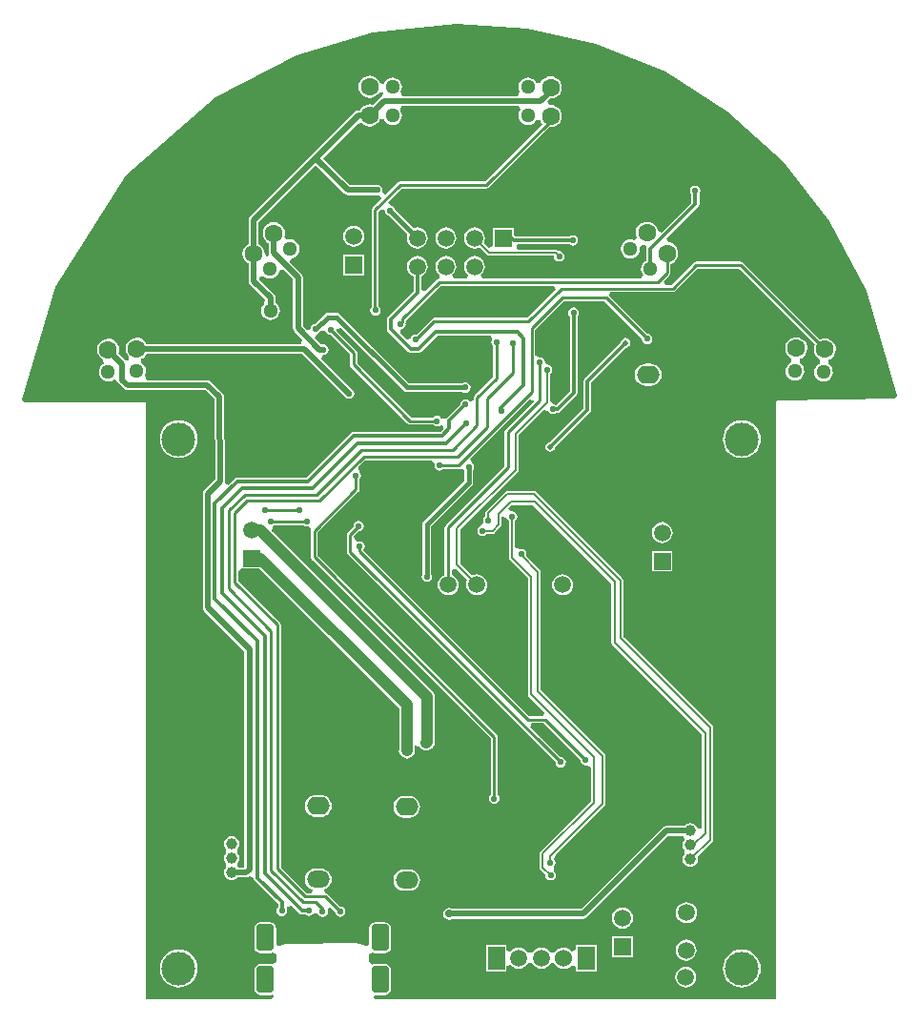
<source format=gbl>
G04 Layer_Physical_Order=2*
G04 Layer_Color=16711680*
%FSLAX24Y24*%
%MOIN*%
G70*
G01*
G75*
%ADD44C,0.0080*%
%ADD45C,0.0098*%
%ADD46C,0.0140*%
%ADD47C,0.0197*%
%ADD49C,0.0160*%
%ADD50C,0.0118*%
%ADD52C,0.0200*%
%ADD53C,0.0394*%
%ADD61C,0.0120*%
%ADD67C,0.1181*%
%ADD68O,0.0787X0.0630*%
%ADD69O,0.0787X0.0591*%
%ADD70C,0.0630*%
%ADD71C,0.0512*%
%ADD72C,0.0394*%
%ADD73C,0.0591*%
%ADD74R,0.0591X0.0787*%
%ADD75C,0.0600*%
%ADD76C,0.0197*%
%ADD77R,0.0591X0.0591*%
%ADD78R,0.0591X0.0591*%
G04:AMPARAMS|DCode=79|XSize=94.5mil|YSize=63mil|CornerRadius=15.7mil|HoleSize=0mil|Usage=FLASHONLY|Rotation=90.000|XOffset=0mil|YOffset=0mil|HoleType=Round|Shape=RoundedRectangle|*
%AMROUNDEDRECTD79*
21,1,0.0945,0.0315,0,0,90.0*
21,1,0.0630,0.0630,0,0,90.0*
1,1,0.0315,0.0157,0.0315*
1,1,0.0315,0.0157,-0.0315*
1,1,0.0315,-0.0157,-0.0315*
1,1,0.0315,-0.0157,0.0315*
%
%ADD79ROUNDEDRECTD79*%
%ADD80C,0.0220*%
%ADD81C,0.0276*%
%ADD82C,0.0400*%
%ADD83C,0.0280*%
G36*
X2354Y34050D02*
X4734Y33490D01*
X7174Y32550D01*
X9334Y31140D01*
X11294Y29380D01*
X12924Y27300D01*
X14224Y24880D01*
X15282Y21201D01*
X15198Y21089D01*
X11104Y21040D01*
X11057Y20994D01*
Y90D01*
X-2966D01*
X-3055Y184D01*
X-2960Y253D01*
X-2645D01*
X-2556Y271D01*
X-2481Y321D01*
X-2430Y396D01*
X-2413Y485D01*
Y1115D01*
X-2430Y1204D01*
X-2481Y1279D01*
X-2556Y1329D01*
X-2645Y1347D01*
X-2960D01*
X-3048Y1329D01*
X-3063Y1319D01*
X-3203Y1393D01*
Y1646D01*
X-3203Y1646D01*
X-3202Y1656D01*
X-3200Y1665D01*
X-3188Y1680D01*
X-3186Y1682D01*
X-3069Y1741D01*
X-3048Y1727D01*
X-2960Y1710D01*
X-2645D01*
X-2556Y1727D01*
X-2481Y1778D01*
X-2430Y1853D01*
X-2413Y1942D01*
Y2572D01*
X-2430Y2660D01*
X-2481Y2736D01*
X-2556Y2786D01*
X-2645Y2803D01*
X-2960D01*
X-3048Y2786D01*
X-3124Y2736D01*
X-3174Y2660D01*
X-3192Y2572D01*
Y2011D01*
X-3256Y1968D01*
X-3332Y1954D01*
X-3387Y1996D01*
X-3396Y2001D01*
X-3403Y2006D01*
X-3480Y2037D01*
X-3489Y2039D01*
X-3498Y2042D01*
X-3580Y2053D01*
X-3585Y2053D01*
X-3590Y2054D01*
X-6011Y2051D01*
X-6012Y2051D01*
X-6021Y2052D01*
X-6030Y2054D01*
X-6035Y2053D01*
X-6040Y2053D01*
X-6122Y2042D01*
X-6131Y2039D01*
X-6140Y2037D01*
X-6217Y2006D01*
X-6224Y2001D01*
X-6233Y1996D01*
X-6288Y1954D01*
X-6364Y1968D01*
X-6428Y2011D01*
Y2572D01*
X-6446Y2660D01*
X-6496Y2736D01*
X-6572Y2786D01*
X-6660Y2803D01*
X-6975D01*
X-7064Y2786D01*
X-7139Y2736D01*
X-7190Y2660D01*
X-7207Y2572D01*
Y1942D01*
X-7190Y1853D01*
X-7139Y1778D01*
X-7064Y1727D01*
X-6975Y1710D01*
X-6660D01*
X-6572Y1727D01*
X-6551Y1741D01*
X-6446Y1688D01*
X-6420Y1661D01*
X-6419Y1396D01*
X-6559Y1321D01*
X-6572Y1329D01*
X-6660Y1347D01*
X-6975D01*
X-7064Y1329D01*
X-7139Y1279D01*
X-7190Y1204D01*
X-7207Y1115D01*
Y485D01*
X-7190Y396D01*
X-7139Y321D01*
X-7064Y271D01*
X-6975Y253D01*
X-6660D01*
X-6572Y271D01*
X-6532Y205D01*
X-6627Y90D01*
X-10990D01*
Y20956D01*
X-15243D01*
X-15326Y21068D01*
X-14146Y24990D01*
X-11676Y28900D01*
X-8546Y31640D01*
X-5726Y33110D01*
X-3066Y33900D01*
X-136Y34190D01*
X2354Y34050D01*
D02*
G37*
%LPC*%
G36*
X-1772Y4638D02*
X-1968D01*
X-2064Y4626D01*
X-2153Y4589D01*
X-2229Y4531D01*
X-2287Y4454D01*
X-2324Y4365D01*
X-2337Y4270D01*
X-2324Y4175D01*
X-2287Y4086D01*
X-2229Y4009D01*
X-2153Y3951D01*
X-2064Y3914D01*
X-1968Y3902D01*
X-1772D01*
X-1676Y3914D01*
X-1587Y3951D01*
X-1511Y4009D01*
X-1453Y4086D01*
X-1416Y4175D01*
X-1403Y4270D01*
X-1416Y4365D01*
X-1453Y4454D01*
X-1511Y4531D01*
X-1587Y4589D01*
X-1676Y4626D01*
X-1772Y4638D01*
D02*
G37*
G36*
X7910Y3498D02*
X7815Y3486D01*
X7726Y3449D01*
X7649Y3391D01*
X7591Y3314D01*
X7554Y3225D01*
X7542Y3130D01*
X7554Y3035D01*
X7591Y2946D01*
X7649Y2869D01*
X7726Y2811D01*
X7815Y2774D01*
X7910Y2762D01*
X8005Y2774D01*
X8094Y2811D01*
X8171Y2869D01*
X8229Y2946D01*
X8266Y3035D01*
X8278Y3130D01*
X8266Y3225D01*
X8229Y3314D01*
X8171Y3391D01*
X8094Y3449D01*
X8005Y3486D01*
X7910Y3498D01*
D02*
G37*
G36*
X-1791Y7217D02*
X-1949D01*
X-2049Y7204D01*
X-2143Y7165D01*
X-2223Y7104D01*
X-2285Y7023D01*
X-2324Y6930D01*
X-2337Y6829D01*
X-2324Y6729D01*
X-2285Y6635D01*
X-2223Y6554D01*
X-2143Y6493D01*
X-2049Y6454D01*
X-1949Y6441D01*
X-1791D01*
X-1691Y6454D01*
X-1597Y6493D01*
X-1517Y6554D01*
X-1455Y6635D01*
X-1416Y6729D01*
X-1403Y6829D01*
X-1416Y6930D01*
X-1455Y7023D01*
X-1517Y7104D01*
X-1597Y7165D01*
X-1691Y7204D01*
X-1791Y7217D01*
D02*
G37*
G36*
X7425Y15785D02*
X6695D01*
Y15055D01*
X7425D01*
Y15785D01*
D02*
G37*
G36*
X3580Y14958D02*
X3485Y14946D01*
X3396Y14909D01*
X3319Y14851D01*
X3261Y14774D01*
X3224Y14685D01*
X3212Y14590D01*
X3224Y14495D01*
X3261Y14406D01*
X3319Y14329D01*
X3396Y14271D01*
X3485Y14234D01*
X3580Y14222D01*
X3675Y14234D01*
X3764Y14271D01*
X3841Y14329D01*
X3899Y14406D01*
X3936Y14495D01*
X3948Y14590D01*
X3936Y14685D01*
X3899Y14774D01*
X3841Y14851D01*
X3764Y14909D01*
X3675Y14946D01*
X3580Y14958D01*
D02*
G37*
G36*
X-4881Y7247D02*
X-5039D01*
X-5139Y7234D01*
X-5233Y7195D01*
X-5313Y7134D01*
X-5375Y7053D01*
X-5414Y6960D01*
X-5427Y6859D01*
X-5414Y6759D01*
X-5375Y6665D01*
X-5313Y6585D01*
X-5233Y6523D01*
X-5139Y6484D01*
X-5039Y6471D01*
X-4881D01*
X-4781Y6484D01*
X-4687Y6523D01*
X-4607Y6585D01*
X-4545Y6665D01*
X-4506Y6759D01*
X-4493Y6859D01*
X-4506Y6960D01*
X-4545Y7053D01*
X-4607Y7134D01*
X-4687Y7195D01*
X-4781Y7234D01*
X-4881Y7247D01*
D02*
G37*
G36*
X5670Y3308D02*
X5575Y3296D01*
X5486Y3259D01*
X5409Y3201D01*
X5351Y3124D01*
X5314Y3035D01*
X5302Y2940D01*
X5314Y2845D01*
X5351Y2756D01*
X5409Y2679D01*
X5486Y2621D01*
X5575Y2584D01*
X5670Y2572D01*
X5765Y2584D01*
X5854Y2621D01*
X5931Y2679D01*
X5989Y2756D01*
X6026Y2845D01*
X6038Y2940D01*
X6026Y3035D01*
X5989Y3124D01*
X5931Y3201D01*
X5854Y3259D01*
X5765Y3296D01*
X5670Y3308D01*
D02*
G37*
G36*
X9843Y1845D02*
X9713Y1832D01*
X9589Y1794D01*
X9474Y1733D01*
X9373Y1650D01*
X9291Y1550D01*
X9229Y1435D01*
X9192Y1311D01*
X9179Y1181D01*
X9192Y1052D01*
X9229Y927D01*
X9291Y812D01*
X9373Y712D01*
X9474Y629D01*
X9589Y568D01*
X9713Y530D01*
X9843Y517D01*
X9972Y530D01*
X10097Y568D01*
X10211Y629D01*
X10312Y712D01*
X10394Y812D01*
X10456Y927D01*
X10494Y1052D01*
X10506Y1181D01*
X10494Y1311D01*
X10456Y1435D01*
X10394Y1550D01*
X10312Y1650D01*
X10211Y1733D01*
X10097Y1794D01*
X9972Y1832D01*
X9843Y1845D01*
D02*
G37*
G36*
X-9843D02*
X-9972Y1832D01*
X-10097Y1794D01*
X-10211Y1733D01*
X-10312Y1650D01*
X-10394Y1550D01*
X-10456Y1435D01*
X-10494Y1311D01*
X-10506Y1181D01*
X-10494Y1052D01*
X-10456Y927D01*
X-10394Y812D01*
X-10312Y712D01*
X-10211Y629D01*
X-10097Y568D01*
X-9972Y530D01*
X-9843Y517D01*
X-9713Y530D01*
X-9589Y568D01*
X-9474Y629D01*
X-9373Y712D01*
X-9291Y812D01*
X-9229Y927D01*
X-9192Y1052D01*
X-9179Y1181D01*
X-9192Y1311D01*
X-9229Y1435D01*
X-9291Y1550D01*
X-9373Y1650D01*
X-9474Y1733D01*
X-9589Y1794D01*
X-9713Y1832D01*
X-9843Y1845D01*
D02*
G37*
G36*
X7890Y1248D02*
X7795Y1236D01*
X7706Y1199D01*
X7629Y1141D01*
X7571Y1064D01*
X7534Y975D01*
X7522Y880D01*
X7534Y785D01*
X7571Y696D01*
X7629Y619D01*
X7706Y561D01*
X7795Y524D01*
X7890Y512D01*
X7985Y524D01*
X8074Y561D01*
X8151Y619D01*
X8209Y696D01*
X8246Y785D01*
X8258Y880D01*
X8246Y975D01*
X8209Y1064D01*
X8151Y1141D01*
X8074Y1199D01*
X7985Y1236D01*
X7890Y1248D01*
D02*
G37*
G36*
X4775Y2004D02*
X4044D01*
Y1828D01*
X3904Y1780D01*
X3886Y1804D01*
X3809Y1863D01*
X3719Y1900D01*
X3622Y1913D01*
X3526Y1900D01*
X3436Y1863D01*
X3358Y1804D01*
X3303Y1731D01*
X3271Y1726D01*
X3187Y1725D01*
X3149Y1730D01*
X3095Y1801D01*
X3019Y1859D01*
X2930Y1896D01*
X2835Y1908D01*
X2739Y1896D01*
X2651Y1859D01*
X2574Y1801D01*
X2516Y1724D01*
X2366D01*
X2308Y1801D01*
X2232Y1859D01*
X2143Y1896D01*
X2047Y1908D01*
X1952Y1896D01*
X1863Y1859D01*
X1787Y1801D01*
X1765Y1772D01*
X1625Y1820D01*
Y2004D01*
X895D01*
Y1076D01*
X1625D01*
Y1260D01*
X1765Y1308D01*
X1787Y1279D01*
X1863Y1221D01*
X1952Y1184D01*
X2047Y1172D01*
X2143Y1184D01*
X2232Y1221D01*
X2308Y1279D01*
X2366Y1356D01*
X2516D01*
X2574Y1279D01*
X2651Y1221D01*
X2739Y1184D01*
X2835Y1172D01*
X2930Y1184D01*
X3019Y1221D01*
X3095Y1279D01*
X3149Y1350D01*
X3187Y1355D01*
X3271Y1354D01*
X3303Y1349D01*
X3358Y1276D01*
X3436Y1217D01*
X3526Y1180D01*
X3622Y1167D01*
X3719Y1180D01*
X3809Y1217D01*
X3886Y1276D01*
X3904Y1300D01*
X4044Y1252D01*
Y1076D01*
X4775D01*
Y2004D01*
D02*
G37*
G36*
X6035Y2305D02*
X5305D01*
Y1575D01*
X6035D01*
Y2305D01*
D02*
G37*
G36*
X7900Y2188D02*
X7805Y2176D01*
X7716Y2139D01*
X7639Y2081D01*
X7581Y2004D01*
X7544Y1915D01*
X7532Y1820D01*
X7544Y1725D01*
X7581Y1636D01*
X7639Y1559D01*
X7716Y1501D01*
X7805Y1464D01*
X7900Y1452D01*
X7995Y1464D01*
X8084Y1501D01*
X8161Y1559D01*
X8219Y1636D01*
X8256Y1725D01*
X8268Y1820D01*
X8256Y1915D01*
X8219Y2004D01*
X8161Y2081D01*
X8084Y2139D01*
X7995Y2176D01*
X7900Y2188D01*
D02*
G37*
G36*
X7060Y16788D02*
X6965Y16776D01*
X6876Y16739D01*
X6799Y16681D01*
X6741Y16604D01*
X6704Y16515D01*
X6692Y16420D01*
X6704Y16325D01*
X6741Y16236D01*
X6799Y16159D01*
X6876Y16101D01*
X6965Y16064D01*
X7060Y16052D01*
X7155Y16064D01*
X7244Y16101D01*
X7321Y16159D01*
X7379Y16236D01*
X7416Y16325D01*
X7428Y16420D01*
X7416Y16515D01*
X7379Y16604D01*
X7321Y16681D01*
X7244Y16739D01*
X7155Y16776D01*
X7060Y16788D01*
D02*
G37*
G36*
X-3355Y26145D02*
X-4085D01*
Y25415D01*
X-3355D01*
Y26145D01*
D02*
G37*
G36*
X-3170Y32388D02*
X-3271Y32375D01*
X-3364Y32336D01*
X-3445Y32275D01*
X-3506Y32194D01*
X-3545Y32101D01*
X-3558Y32000D01*
X-3545Y31900D01*
X-3506Y31806D01*
X-3445Y31725D01*
X-3364Y31664D01*
X-3271Y31625D01*
X-3170Y31612D01*
X-3070Y31625D01*
X-2976Y31664D01*
X-2895Y31725D01*
X-2859Y31774D01*
X-2788Y31800D01*
X-2704Y31789D01*
X-2726Y31670D01*
X-2783Y31633D01*
X-3049Y31366D01*
X-3070Y31375D01*
X-3170Y31388D01*
X-3271Y31375D01*
X-3364Y31336D01*
X-3445Y31275D01*
X-3506Y31194D01*
X-3515Y31173D01*
X-3560D01*
X-3626Y31160D01*
X-3683Y31123D01*
X-5173Y29633D01*
X-7346Y27459D01*
X-7384Y27403D01*
X-7397Y27336D01*
Y26521D01*
X-7418Y26513D01*
X-7498Y26451D01*
X-7560Y26371D01*
X-7599Y26277D01*
X-7612Y26176D01*
X-7599Y26076D01*
X-7560Y25982D01*
X-7498Y25902D01*
X-7418Y25840D01*
X-7397Y25832D01*
Y25214D01*
X-7384Y25147D01*
X-7346Y25091D01*
X-6838Y24583D01*
X-6846Y24426D01*
X-6863Y24413D01*
X-6915Y24345D01*
X-6948Y24266D01*
X-6959Y24181D01*
X-6948Y24095D01*
X-6915Y24016D01*
X-6863Y23948D01*
X-6795Y23896D01*
X-6716Y23863D01*
X-6631Y23852D01*
X-6545Y23863D01*
X-6466Y23896D01*
X-6398Y23948D01*
X-6346Y24016D01*
X-6313Y24095D01*
X-6302Y24181D01*
X-6313Y24266D01*
X-6346Y24345D01*
X-6398Y24413D01*
X-6457Y24458D01*
Y24621D01*
X-6470Y24687D01*
X-6508Y24743D01*
X-7020Y25255D01*
X-7009Y25329D01*
X-6955Y25359D01*
X-6860Y25379D01*
X-6817Y25346D01*
X-6738Y25313D01*
X-6653Y25302D01*
X-6568Y25313D01*
X-6488Y25346D01*
X-6420Y25398D01*
X-6368Y25466D01*
X-6335Y25546D01*
X-6332Y25571D01*
X-6189Y25626D01*
X-5842Y25279D01*
Y23560D01*
X-5829Y23494D01*
X-5791Y23439D01*
X-5512Y23159D01*
X-5570Y23019D01*
X-10966D01*
X-10981Y23053D01*
X-11045Y23131D01*
X-11128Y23190D01*
X-11223Y23226D01*
X-11324Y23235D01*
X-11424Y23219D01*
X-11516Y23177D01*
X-11594Y23112D01*
X-11653Y23030D01*
X-11689Y22935D01*
X-11698Y22834D01*
X-11682Y22734D01*
X-11640Y22642D01*
X-11580Y22569D01*
X-11575Y22561D01*
X-11579Y22434D01*
X-11687Y22435D01*
X-11944Y22692D01*
X-11931Y22725D01*
X-11922Y22826D01*
X-11938Y22926D01*
X-11980Y23018D01*
X-12045Y23097D01*
X-12127Y23155D01*
X-12222Y23191D01*
X-12323Y23201D01*
X-12423Y23184D01*
X-12515Y23142D01*
X-12594Y23077D01*
X-12653Y22995D01*
X-12688Y22900D01*
X-12698Y22799D01*
X-12681Y22699D01*
X-12639Y22607D01*
X-12575Y22529D01*
X-12492Y22470D01*
X-12479Y22465D01*
X-12474Y22314D01*
X-12485Y22309D01*
X-12551Y22254D01*
X-12601Y22184D01*
X-12631Y22104D01*
X-12639Y22018D01*
X-12625Y21934D01*
X-12589Y21856D01*
X-12535Y21789D01*
X-12465Y21740D01*
X-12385Y21709D01*
X-12299Y21701D01*
X-12215Y21715D01*
X-12137Y21751D01*
X-12123Y21762D01*
X-12081Y21758D01*
X-11975Y21709D01*
X-11970Y21684D01*
X-11933Y21627D01*
X-11763Y21457D01*
X-11706Y21420D01*
X-11640Y21407D01*
X-8922D01*
X-8604Y21089D01*
X-8564Y18271D01*
X-8948Y17888D01*
X-8985Y17832D01*
X-8998Y17765D01*
Y13799D01*
X-8985Y13733D01*
X-8948Y13677D01*
X-7543Y12272D01*
Y4715D01*
X-7555Y4703D01*
X-7747D01*
X-7798Y4820D01*
X-7800Y4839D01*
X-7778Y4868D01*
X-7757Y4895D01*
X-7730Y4960D01*
X-7721Y5030D01*
X-7730Y5100D01*
X-7757Y5165D01*
X-7778Y5192D01*
X-7800Y5221D01*
Y5339D01*
X-7778Y5368D01*
X-7757Y5395D01*
X-7730Y5460D01*
X-7721Y5530D01*
X-7730Y5600D01*
X-7757Y5665D01*
X-7800Y5720D01*
X-7855Y5763D01*
X-7920Y5790D01*
X-7990Y5799D01*
X-8060Y5790D01*
X-8125Y5763D01*
X-8180Y5720D01*
X-8223Y5665D01*
X-8250Y5600D01*
X-8259Y5530D01*
X-8250Y5460D01*
X-8223Y5395D01*
X-8202Y5368D01*
X-8180Y5339D01*
Y5221D01*
X-8202Y5192D01*
X-8223Y5165D01*
X-8250Y5100D01*
X-8259Y5030D01*
X-8250Y4960D01*
X-8223Y4895D01*
X-8202Y4868D01*
X-8180Y4839D01*
Y4721D01*
X-8202Y4692D01*
X-8223Y4665D01*
X-8250Y4600D01*
X-8259Y4530D01*
X-8250Y4460D01*
X-8223Y4395D01*
X-8180Y4340D01*
X-8125Y4297D01*
X-8060Y4270D01*
X-7990Y4261D01*
X-7920Y4270D01*
X-7855Y4297D01*
X-7800Y4340D01*
X-7787Y4357D01*
X-7483D01*
X-7483Y4357D01*
X-7482Y4357D01*
X-7481Y4357D01*
X-7449Y4363D01*
X-7416Y4370D01*
X-7416Y4370D01*
X-7415Y4370D01*
X-7388Y4389D01*
X-7360Y4407D01*
X-7222Y4350D01*
X-7212Y4300D01*
X-7183Y4257D01*
X-6372Y3446D01*
Y3317D01*
X-6410Y3260D01*
X-6424Y3190D01*
X-6410Y3120D01*
X-6370Y3060D01*
X-6310Y3020D01*
X-6240Y3006D01*
X-6170Y3020D01*
X-6110Y3060D01*
X-6070Y3120D01*
X-6056Y3190D01*
X-6070Y3260D01*
X-6052Y3328D01*
X-5895Y3369D01*
X-5633Y3107D01*
X-5590Y3078D01*
X-5540Y3068D01*
X-5407D01*
X-5350Y3030D01*
X-5280Y3016D01*
X-5210Y3030D01*
X-5150Y3070D01*
X-5126Y3107D01*
X-5032Y3107D01*
X-4980Y3092D01*
X-4980Y3090D01*
X-4940Y3030D01*
X-4880Y2990D01*
X-4810Y2976D01*
X-4740Y2990D01*
X-4680Y3030D01*
X-4640Y3090D01*
X-4626Y3160D01*
X-4640Y3230D01*
X-4651Y3246D01*
X-4542Y3336D01*
X-4382Y3175D01*
X-4384Y3165D01*
X-4370Y3095D01*
X-4330Y3035D01*
X-4270Y2995D01*
X-4200Y2981D01*
X-4130Y2995D01*
X-4070Y3035D01*
X-4030Y3095D01*
X-4016Y3165D01*
X-4030Y3235D01*
X-4070Y3295D01*
X-4130Y3335D01*
X-4200Y3349D01*
X-4210Y3347D01*
X-4639Y3776D01*
X-4678Y3802D01*
X-4725Y3812D01*
X-4737D01*
X-4766Y3944D01*
X-4677Y3981D01*
X-4601Y4039D01*
X-4543Y4116D01*
X-4506Y4205D01*
X-4493Y4300D01*
X-4506Y4395D01*
X-4543Y4484D01*
X-4601Y4561D01*
X-4677Y4619D01*
X-4766Y4656D01*
X-4862Y4668D01*
X-5058D01*
X-5154Y4656D01*
X-5243Y4619D01*
X-5319Y4561D01*
X-5377Y4484D01*
X-5414Y4395D01*
X-5427Y4300D01*
X-5414Y4205D01*
X-5377Y4116D01*
X-5319Y4039D01*
X-5243Y3981D01*
X-5154Y3944D01*
X-5183Y3812D01*
X-5360D01*
X-6268Y4720D01*
Y13190D01*
X-6278Y13237D01*
X-6304Y13276D01*
X-7765Y14736D01*
Y15081D01*
X-7655Y15155D01*
X-7625Y15155D01*
X-7015D01*
X-2139Y10279D01*
Y8814D01*
X-2142Y8790D01*
X-2133Y8720D01*
X-2106Y8654D01*
X-2063Y8597D01*
X-2006Y8554D01*
X-1940Y8527D01*
X-1870Y8518D01*
X-1800Y8527D01*
X-1734Y8554D01*
X-1677Y8597D01*
X-1634Y8654D01*
X-1607Y8720D01*
X-1598Y8790D01*
X-1601Y8814D01*
Y8935D01*
X-1576Y8958D01*
X-1426Y8924D01*
X-1424Y8922D01*
X-1383Y8867D01*
X-1326Y8824D01*
X-1260Y8797D01*
X-1190Y8788D01*
X-1120Y8797D01*
X-1054Y8824D01*
X-997Y8867D01*
X-983Y8887D01*
X-970Y8900D01*
X-927Y8955D01*
X-900Y9020D01*
X-891Y9090D01*
Y10680D01*
X-900Y10750D01*
X-927Y10815D01*
X-970Y10870D01*
X-6583Y16483D01*
X-6566Y16589D01*
X-6543Y16642D01*
X-6500Y16670D01*
X-6495Y16678D01*
X-5462D01*
X-5420Y16650D01*
X-5350Y16636D01*
X-5298Y16647D01*
X-5250Y16602D01*
X-5208Y16533D01*
X-5212Y16527D01*
X-5222Y16480D01*
Y15570D01*
X-5212Y15523D01*
X-5186Y15484D01*
X1068Y9230D01*
Y7255D01*
X1060Y7250D01*
X1020Y7190D01*
X1006Y7120D01*
X1020Y7050D01*
X1060Y6990D01*
X1120Y6950D01*
X1190Y6936D01*
X1260Y6950D01*
X1320Y6990D01*
X1360Y7050D01*
X1374Y7120D01*
X1360Y7190D01*
X1320Y7250D01*
X1312Y7255D01*
Y9280D01*
X1302Y9327D01*
X1276Y9366D01*
X-4978Y15620D01*
Y16430D01*
X-3564Y17844D01*
X-3538Y17883D01*
X-3528Y17930D01*
Y18285D01*
X-3520Y18290D01*
X-3480Y18350D01*
X-3466Y18420D01*
X-3480Y18490D01*
X-3520Y18550D01*
X-3520Y18550D01*
X-3550Y18705D01*
X-3546Y18722D01*
X-3320Y18948D01*
X-984D01*
X-949Y18907D01*
X-896Y18808D01*
X-904Y18767D01*
X-890Y18697D01*
X-850Y18637D01*
X-791Y18598D01*
X-720Y18584D01*
X-650Y18598D01*
X-591Y18637D01*
X-585Y18646D01*
X-66D01*
X-20Y18655D01*
X-15Y18658D01*
X87Y18641D01*
X100Y18637D01*
X147Y18611D01*
X149Y18609D01*
Y18233D01*
X-1242Y16842D01*
X-1278Y16818D01*
X-1311Y16769D01*
X-1323Y16710D01*
Y14975D01*
X-1340Y14950D01*
X-1354Y14880D01*
X-1340Y14810D01*
X-1300Y14750D01*
X-1240Y14710D01*
X-1170Y14696D01*
X-1100Y14710D01*
X-1040Y14750D01*
X-1000Y14810D01*
X-986Y14880D01*
X-1000Y14950D01*
X-1017Y14975D01*
Y16635D01*
X410Y18062D01*
X443Y18111D01*
X455Y18170D01*
Y18609D01*
X471Y18633D01*
X485Y18704D01*
X471Y18774D01*
X432Y18833D01*
X395Y18858D01*
X363Y18961D01*
X357Y19019D01*
X2417Y21079D01*
X2569Y21032D01*
X2574Y21005D01*
X1584Y20015D01*
X1558Y19976D01*
X1548Y19929D01*
Y18740D01*
X-506Y16686D01*
X-532Y16647D01*
X-542Y16600D01*
Y14935D01*
X-604Y14909D01*
X-681Y14851D01*
X-739Y14774D01*
X-776Y14685D01*
X-788Y14590D01*
X-776Y14495D01*
X-739Y14406D01*
X-681Y14329D01*
X-604Y14271D01*
X-515Y14234D01*
X-420Y14222D01*
X-325Y14234D01*
X-236Y14271D01*
X-159Y14329D01*
X-101Y14406D01*
X-64Y14495D01*
X-52Y14590D01*
X-64Y14685D01*
X-101Y14774D01*
X-159Y14851D01*
X-236Y14909D01*
X-298Y14935D01*
Y15112D01*
X-158Y15170D01*
X254Y14757D01*
X224Y14685D01*
X212Y14590D01*
X224Y14495D01*
X261Y14406D01*
X319Y14329D01*
X396Y14271D01*
X485Y14234D01*
X580Y14222D01*
X675Y14234D01*
X764Y14271D01*
X841Y14329D01*
X899Y14406D01*
X936Y14495D01*
X948Y14590D01*
X936Y14685D01*
X899Y14774D01*
X841Y14851D01*
X764Y14909D01*
X675Y14946D01*
X580Y14958D01*
X485Y14946D01*
X413Y14916D01*
X-8Y15336D01*
Y16524D01*
X2009Y18541D01*
X2009Y18541D01*
X2034Y18577D01*
X2042Y18620D01*
X2042Y18620D01*
Y19824D01*
X2921Y20703D01*
X3063Y20671D01*
X3077Y20660D01*
X3110Y20610D01*
X3170Y20570D01*
X3240Y20556D01*
X3310Y20570D01*
X3367Y20608D01*
X3400D01*
X3450Y20618D01*
X3493Y20647D01*
X4053Y21207D01*
X4082Y21250D01*
X4092Y21300D01*
Y23983D01*
X4130Y24040D01*
X4144Y24110D01*
X4130Y24180D01*
X4090Y24240D01*
X4030Y24280D01*
X3960Y24294D01*
X3890Y24280D01*
X3830Y24240D01*
X3790Y24180D01*
X3776Y24110D01*
X3790Y24040D01*
X3828Y23983D01*
Y21354D01*
X3354Y20880D01*
X3310Y20910D01*
X3282Y20915D01*
X3226Y20943D01*
X3152Y21049D01*
Y21968D01*
X3170Y21980D01*
X3210Y22040D01*
X3224Y22110D01*
X3210Y22180D01*
X3170Y22240D01*
X3110Y22280D01*
X3040Y22294D01*
X2964Y22360D01*
X2950Y22430D01*
X2910Y22490D01*
X2850Y22530D01*
X2780Y22544D01*
X2762Y22540D01*
X2642Y22613D01*
X2622Y22639D01*
Y23510D01*
X3618Y24506D01*
X5042D01*
X6348Y23200D01*
X6346Y23190D01*
X6360Y23120D01*
X6400Y23060D01*
X6460Y23020D01*
X6530Y23006D01*
X6600Y23020D01*
X6660Y23060D01*
X6700Y23120D01*
X6714Y23190D01*
X6700Y23260D01*
X6660Y23320D01*
X6600Y23360D01*
X6530Y23374D01*
X6520Y23372D01*
X5203Y24688D01*
X5229Y24788D01*
X5257Y24828D01*
X7430D01*
X7477Y24838D01*
X7516Y24864D01*
X8300Y25648D01*
X9752D01*
X12405Y22995D01*
X12378Y22936D01*
X12362Y22836D01*
X12371Y22735D01*
X12407Y22640D01*
X12466Y22558D01*
X12544Y22493D01*
X12575Y22479D01*
X12570Y22327D01*
X12550Y22320D01*
X12480Y22270D01*
X12426Y22204D01*
X12390Y22126D01*
X12376Y22041D01*
X12384Y21956D01*
X12414Y21875D01*
X12464Y21806D01*
X12530Y21751D01*
X12608Y21715D01*
X12693Y21701D01*
X12778Y21709D01*
X12859Y21740D01*
X12929Y21789D01*
X12983Y21856D01*
X13019Y21934D01*
X13033Y22018D01*
X13025Y22104D01*
X12995Y22184D01*
X12945Y22254D01*
X12879Y22309D01*
X12867Y22314D01*
X12882Y22461D01*
X12932Y22480D01*
X13015Y22539D01*
X13079Y22617D01*
X13121Y22709D01*
X13138Y22809D01*
X13128Y22910D01*
X13093Y23005D01*
X13034Y23087D01*
X12955Y23152D01*
X12863Y23194D01*
X12763Y23211D01*
X12662Y23201D01*
X12576Y23168D01*
X9888Y25856D01*
X9849Y25882D01*
X9802Y25892D01*
X8250D01*
X8203Y25882D01*
X8164Y25856D01*
X7380Y25072D01*
X7171D01*
X7113Y25212D01*
X7320Y25418D01*
X7346Y25457D01*
X7355Y25504D01*
Y25820D01*
X7428Y25850D01*
X7508Y25912D01*
X7570Y25992D01*
X7609Y26086D01*
X7622Y26186D01*
X7609Y26287D01*
X7570Y26381D01*
X7508Y26461D01*
X7428Y26523D01*
X7334Y26562D01*
X7280Y26569D01*
X7226Y26686D01*
X7224Y26711D01*
X8277Y27764D01*
X8321Y27793D01*
X8352Y27839D01*
X8363Y27894D01*
Y28250D01*
X8389Y28290D01*
X8403Y28360D01*
X8389Y28430D01*
X8350Y28490D01*
X8290Y28530D01*
X8220Y28544D01*
X8150Y28530D01*
X8090Y28490D01*
X8050Y28430D01*
X8036Y28360D01*
X8050Y28290D01*
X8077Y28250D01*
Y27939D01*
X7053Y26915D01*
X6905Y26965D01*
X6901Y26994D01*
X6863Y27088D01*
X6801Y27168D01*
X6721Y27230D01*
X6627Y27269D01*
X6526Y27282D01*
X6426Y27269D01*
X6332Y27230D01*
X6252Y27168D01*
X6190Y27088D01*
X6151Y26994D01*
X6138Y26894D01*
X6151Y26793D01*
X6172Y26744D01*
X6066Y26641D01*
X6031Y26655D01*
X5946Y26667D01*
X5861Y26655D01*
X5781Y26622D01*
X5713Y26570D01*
X5661Y26502D01*
X5628Y26423D01*
X5617Y26338D01*
X5628Y26253D01*
X5661Y26173D01*
X5713Y26105D01*
X5781Y26053D01*
X5861Y26020D01*
X5946Y26009D01*
X6031Y26020D01*
X6110Y26053D01*
X6178Y26105D01*
X6230Y26173D01*
X6263Y26253D01*
X6274Y26338D01*
X6268Y26389D01*
X6341Y26469D01*
X6385Y26495D01*
X6473Y26472D01*
X6515Y26393D01*
X6518Y26369D01*
X6510Y26327D01*
Y25924D01*
X6488Y25915D01*
X6420Y25863D01*
X6368Y25795D01*
X6335Y25716D01*
X6324Y25631D01*
X6335Y25546D01*
X6368Y25466D01*
X6395Y25432D01*
X6357Y25321D01*
X6333Y25292D01*
X772D01*
X724Y25432D01*
X761Y25459D01*
X819Y25536D01*
X856Y25625D01*
X868Y25720D01*
X856Y25815D01*
X819Y25904D01*
X761Y25981D01*
X684Y26039D01*
X595Y26076D01*
X500Y26088D01*
X405Y26076D01*
X316Y26039D01*
X239Y25981D01*
X181Y25904D01*
X144Y25815D01*
X132Y25720D01*
X144Y25625D01*
X181Y25536D01*
X239Y25459D01*
X276Y25432D01*
X228Y25292D01*
X-228D01*
X-276Y25432D01*
X-239Y25459D01*
X-181Y25536D01*
X-144Y25625D01*
X-132Y25720D01*
X-144Y25815D01*
X-181Y25904D01*
X-239Y25981D01*
X-316Y26039D01*
X-405Y26076D01*
X-500Y26088D01*
X-595Y26076D01*
X-684Y26039D01*
X-761Y25981D01*
X-819Y25904D01*
X-856Y25815D01*
X-868Y25720D01*
X-856Y25625D01*
X-819Y25536D01*
X-761Y25459D01*
X-724Y25432D01*
X-733Y25349D01*
X-760Y25287D01*
X-787Y25282D01*
X-826Y25256D01*
X-1228Y24853D01*
X-1368Y24911D01*
Y25379D01*
X-1316Y25401D01*
X-1239Y25459D01*
X-1181Y25536D01*
X-1144Y25625D01*
X-1132Y25720D01*
X-1144Y25815D01*
X-1181Y25904D01*
X-1239Y25981D01*
X-1316Y26039D01*
X-1405Y26076D01*
X-1500Y26088D01*
X-1595Y26076D01*
X-1684Y26039D01*
X-1761Y25981D01*
X-1819Y25904D01*
X-1856Y25815D01*
X-1868Y25720D01*
X-1856Y25625D01*
X-1819Y25536D01*
X-1761Y25459D01*
X-1684Y25401D01*
X-1632Y25379D01*
Y24855D01*
X-2513Y23973D01*
X-2542Y23930D01*
X-2552Y23880D01*
Y23530D01*
X-2542Y23480D01*
X-2513Y23437D01*
X-1813Y22737D01*
X-1770Y22708D01*
X-1720Y22698D01*
X-1460D01*
X-1410Y22708D01*
X-1367Y22737D01*
X-806Y23298D01*
X1051D01*
X1059Y23289D01*
X1113Y23158D01*
X1100Y23140D01*
X1086Y23070D01*
X1100Y23000D01*
X1140Y22940D01*
X1148Y22935D01*
Y21860D01*
X502Y21214D01*
X476Y21174D01*
X466Y21128D01*
Y21052D01*
X326Y21010D01*
X320Y21020D01*
X260Y21060D01*
X190Y21074D01*
X120Y21060D01*
X60Y21020D01*
X20Y20960D01*
X12Y20918D01*
X-473Y20433D01*
X-499Y20395D01*
X-527Y20390D01*
X-615Y20390D01*
X-643Y20395D01*
X-680Y20450D01*
X-740Y20490D01*
X-810Y20504D01*
X-880Y20490D01*
X-940Y20450D01*
X-945Y20442D01*
X-1710D01*
X-3608Y22340D01*
Y22710D01*
X-3618Y22757D01*
X-3644Y22796D01*
X-4320Y23472D01*
X-4316Y23532D01*
X-4173Y23586D01*
X-1968Y21382D01*
X-1919Y21349D01*
X-1860Y21337D01*
X85D01*
X110Y21320D01*
X180Y21306D01*
X250Y21320D01*
X310Y21360D01*
X350Y21420D01*
X364Y21490D01*
X350Y21560D01*
X310Y21620D01*
X250Y21660D01*
X180Y21674D01*
X110Y21660D01*
X85Y21643D01*
X-1797D01*
X-4212Y24058D01*
X-4261Y24091D01*
X-4320Y24103D01*
X-4630D01*
X-4689Y24091D01*
X-4738Y24058D01*
X-5089Y23707D01*
X-5120Y23701D01*
X-5180Y23661D01*
X-5219Y23601D01*
X-5228Y23559D01*
X-5308Y23516D01*
X-5371Y23503D01*
X-5498Y23631D01*
Y25350D01*
X-5511Y25416D01*
X-5549Y25471D01*
X-5951Y25874D01*
X-5950Y25888D01*
X-5895Y26016D01*
X-5861Y26020D01*
X-5781Y26053D01*
X-5713Y26105D01*
X-5661Y26173D01*
X-5628Y26253D01*
X-5617Y26338D01*
X-5628Y26423D01*
X-5661Y26502D01*
X-5713Y26570D01*
X-5781Y26622D01*
X-5861Y26655D01*
X-5946Y26667D01*
X-6031Y26655D01*
X-6045Y26649D01*
X-6152Y26756D01*
X-6141Y26783D01*
X-6128Y26884D01*
X-6141Y26984D01*
X-6180Y27078D01*
X-6242Y27158D01*
X-6322Y27220D01*
X-6416Y27259D01*
X-6516Y27272D01*
X-6617Y27259D01*
X-6711Y27220D01*
X-6791Y27158D01*
X-6853Y27078D01*
X-6891Y26984D01*
X-6905Y26884D01*
X-6891Y26783D01*
X-6853Y26689D01*
X-6791Y26609D01*
X-6711Y26547D01*
X-6688Y26538D01*
Y26196D01*
X-6677Y26142D01*
X-6715Y26085D01*
X-6750Y26046D01*
X-6837Y26160D01*
X-6835Y26176D01*
X-6849Y26277D01*
X-6887Y26371D01*
X-6949Y26451D01*
X-7029Y26513D01*
X-7050Y26521D01*
Y27265D01*
X-5050Y29265D01*
X-4053Y28267D01*
X-3996Y28230D01*
X-3930Y28217D01*
X-2951D01*
X-2900Y28206D01*
X-2854Y28216D01*
X-2786Y28162D01*
X-2742Y28103D01*
X-2742Y28100D01*
X-3066Y27776D01*
X-3092Y27737D01*
X-3102Y27690D01*
Y24302D01*
X-3130Y24260D01*
X-3144Y24190D01*
X-3130Y24120D01*
X-3090Y24060D01*
X-3030Y24020D01*
X-2960Y24006D01*
X-2890Y24020D01*
X-2830Y24060D01*
X-2790Y24120D01*
X-2776Y24190D01*
X-2790Y24260D01*
X-2830Y24320D01*
X-2858Y24339D01*
Y27640D01*
X-2763Y27735D01*
X-2634Y27670D01*
X-2620Y27600D01*
X-2580Y27540D01*
X-2520Y27500D01*
X-2491Y27495D01*
X-1843Y26847D01*
X-1856Y26815D01*
X-1868Y26720D01*
X-1856Y26625D01*
X-1819Y26536D01*
X-1761Y26459D01*
X-1684Y26401D01*
X-1595Y26364D01*
X-1500Y26352D01*
X-1405Y26364D01*
X-1316Y26401D01*
X-1239Y26459D01*
X-1181Y26536D01*
X-1144Y26625D01*
X-1132Y26720D01*
X-1144Y26815D01*
X-1181Y26904D01*
X-1239Y26981D01*
X-1316Y27039D01*
X-1405Y27076D01*
X-1500Y27088D01*
X-1595Y27076D01*
X-1627Y27063D01*
X-2275Y27711D01*
X-2280Y27740D01*
X-2320Y27800D01*
X-2380Y27840D01*
X-2450Y27854D01*
X-2515Y27983D01*
X-2050Y28448D01*
X910D01*
X957Y28458D01*
X996Y28484D01*
X3110Y30598D01*
X3160Y30592D01*
X3260Y30605D01*
X3354Y30644D01*
X3435Y30705D01*
X3496Y30786D01*
X3535Y30880D01*
X3548Y30980D01*
X3535Y31081D01*
X3496Y31174D01*
X3435Y31255D01*
X3354Y31316D01*
X3260Y31355D01*
X3160Y31368D01*
X3116Y31362D01*
X3050Y31495D01*
X3148Y31593D01*
X3160Y31592D01*
X3260Y31605D01*
X3354Y31644D01*
X3435Y31705D01*
X3496Y31786D01*
X3535Y31880D01*
X3548Y31980D01*
X3535Y32081D01*
X3496Y32174D01*
X3435Y32255D01*
X3354Y32316D01*
X3260Y32355D01*
X3160Y32368D01*
X3059Y32355D01*
X2966Y32316D01*
X2885Y32255D01*
X2824Y32174D01*
X2808Y32137D01*
X2657D01*
X2647Y32160D01*
X2595Y32229D01*
X2527Y32281D01*
X2447Y32314D01*
X2362Y32325D01*
X2277Y32314D01*
X2198Y32281D01*
X2130Y32229D01*
X2078Y32160D01*
X2045Y32081D01*
X2033Y31996D01*
X2045Y31911D01*
X2078Y31832D01*
X2084Y31823D01*
X2015Y31683D01*
X-2015D01*
X-2084Y31823D01*
X-2078Y31832D01*
X-2045Y31911D01*
X-2033Y31996D01*
X-2045Y32081D01*
X-2078Y32160D01*
X-2130Y32229D01*
X-2198Y32281D01*
X-2277Y32314D01*
X-2362Y32325D01*
X-2447Y32314D01*
X-2527Y32281D01*
X-2595Y32229D01*
X-2647Y32160D01*
X-2661Y32127D01*
X-2698Y32120D01*
X-2809Y32135D01*
X-2834Y32194D01*
X-2895Y32275D01*
X-2976Y32336D01*
X-3070Y32375D01*
X-3170Y32388D01*
D02*
G37*
G36*
X-500Y27088D02*
X-595Y27076D01*
X-684Y27039D01*
X-761Y26981D01*
X-819Y26904D01*
X-856Y26815D01*
X-868Y26720D01*
X-856Y26625D01*
X-819Y26536D01*
X-761Y26459D01*
X-684Y26401D01*
X-595Y26364D01*
X-500Y26352D01*
X-405Y26364D01*
X-316Y26401D01*
X-239Y26459D01*
X-181Y26536D01*
X-144Y26625D01*
X-132Y26720D01*
X-144Y26815D01*
X-181Y26904D01*
X-239Y26981D01*
X-316Y27039D01*
X-405Y27076D01*
X-500Y27088D01*
D02*
G37*
G36*
X500D02*
X405Y27076D01*
X316Y27039D01*
X239Y26981D01*
X181Y26904D01*
X144Y26815D01*
X132Y26720D01*
X144Y26625D01*
X181Y26536D01*
X239Y26459D01*
X316Y26401D01*
X405Y26364D01*
X500Y26352D01*
X595Y26364D01*
X667Y26394D01*
X935Y26127D01*
X935Y26127D01*
X971Y26102D01*
X1014Y26094D01*
X3265D01*
X3276Y26080D01*
X3290Y26010D01*
X3330Y25950D01*
X3390Y25910D01*
X3460Y25896D01*
X3530Y25910D01*
X3590Y25950D01*
X3630Y26010D01*
X3644Y26080D01*
X3630Y26150D01*
X3590Y26210D01*
X3530Y26250D01*
X3460Y26264D01*
X3439Y26259D01*
X3413Y26285D01*
X3377Y26310D01*
X3334Y26318D01*
X3334Y26318D01*
X2021D01*
X1984Y26377D01*
X1974Y26469D01*
X2004Y26498D01*
X3803D01*
X3860Y26460D01*
X3930Y26446D01*
X4000Y26460D01*
X4060Y26500D01*
X4100Y26560D01*
X4114Y26630D01*
X4100Y26700D01*
X4060Y26760D01*
X4000Y26800D01*
X3930Y26814D01*
X3860Y26800D01*
X3803Y26762D01*
X1925D01*
X1865Y26821D01*
Y27085D01*
X1135D01*
Y26442D01*
X995Y26384D01*
X826Y26553D01*
X856Y26625D01*
X868Y26720D01*
X856Y26815D01*
X819Y26904D01*
X761Y26981D01*
X684Y27039D01*
X595Y27076D01*
X500Y27088D01*
D02*
G37*
G36*
X-3720Y27148D02*
X-3815Y27136D01*
X-3904Y27099D01*
X-3981Y27041D01*
X-4039Y26964D01*
X-4076Y26875D01*
X-4088Y26780D01*
X-4076Y26685D01*
X-4039Y26596D01*
X-3981Y26519D01*
X-3904Y26461D01*
X-3815Y26424D01*
X-3720Y26412D01*
X-3625Y26424D01*
X-3536Y26461D01*
X-3459Y26519D01*
X-3401Y26596D01*
X-3364Y26685D01*
X-3352Y26780D01*
X-3364Y26875D01*
X-3401Y26964D01*
X-3459Y27041D01*
X-3536Y27099D01*
X-3625Y27136D01*
X-3720Y27148D01*
D02*
G37*
G36*
X11764Y23245D02*
X11663Y23236D01*
X11568Y23200D01*
X11485Y23141D01*
X11421Y23063D01*
X11379Y22971D01*
X11362Y22871D01*
X11372Y22770D01*
X11407Y22675D01*
X11466Y22593D01*
X11545Y22528D01*
X11576Y22514D01*
X11571Y22362D01*
X11551Y22355D01*
X11481Y22305D01*
X11426Y22239D01*
X11391Y22161D01*
X11377Y22076D01*
X11385Y21991D01*
X11415Y21910D01*
X11465Y21841D01*
X11531Y21786D01*
X11609Y21750D01*
X11694Y21736D01*
X11779Y21744D01*
X11859Y21774D01*
X11929Y21824D01*
X11984Y21890D01*
X12019Y21969D01*
X12034Y22053D01*
X12025Y22139D01*
X11995Y22219D01*
X11945Y22289D01*
X11879Y22343D01*
X11868Y22349D01*
X11882Y22496D01*
X11933Y22515D01*
X12015Y22573D01*
X12080Y22652D01*
X12122Y22744D01*
X12138Y22844D01*
X12129Y22945D01*
X12093Y23040D01*
X12034Y23122D01*
X11956Y23187D01*
X11864Y23229D01*
X11764Y23245D01*
D02*
G37*
G36*
X9843Y20349D02*
X9713Y20336D01*
X9589Y20298D01*
X9474Y20237D01*
X9373Y20154D01*
X9291Y20054D01*
X9229Y19939D01*
X9192Y19815D01*
X9179Y19685D01*
X9192Y19556D01*
X9229Y19431D01*
X9291Y19316D01*
X9373Y19216D01*
X9474Y19133D01*
X9589Y19072D01*
X9713Y19034D01*
X9843Y19021D01*
X9972Y19034D01*
X10097Y19072D01*
X10211Y19133D01*
X10312Y19216D01*
X10394Y19316D01*
X10456Y19431D01*
X10494Y19556D01*
X10506Y19685D01*
X10494Y19815D01*
X10456Y19939D01*
X10394Y20054D01*
X10312Y20154D01*
X10211Y20237D01*
X10097Y20298D01*
X9972Y20336D01*
X9843Y20349D01*
D02*
G37*
G36*
X-9843D02*
X-9972Y20336D01*
X-10097Y20298D01*
X-10211Y20237D01*
X-10312Y20154D01*
X-10394Y20054D01*
X-10456Y19939D01*
X-10494Y19815D01*
X-10506Y19685D01*
X-10494Y19556D01*
X-10456Y19431D01*
X-10394Y19316D01*
X-10312Y19216D01*
X-10211Y19133D01*
X-10097Y19072D01*
X-9972Y19034D01*
X-9843Y19021D01*
X-9713Y19034D01*
X-9589Y19072D01*
X-9474Y19133D01*
X-9373Y19216D01*
X-9291Y19316D01*
X-9229Y19431D01*
X-9192Y19556D01*
X-9179Y19685D01*
X-9192Y19815D01*
X-9229Y19939D01*
X-9291Y20054D01*
X-9373Y20154D01*
X-9474Y20237D01*
X-9589Y20298D01*
X-9713Y20336D01*
X-9843Y20349D01*
D02*
G37*
G36*
X2580Y17882D02*
X2580Y17882D01*
X1650D01*
X1650Y17882D01*
X1607Y17874D01*
X1571Y17849D01*
X1571Y17849D01*
X904Y17182D01*
X879Y17146D01*
X871Y17103D01*
X871Y17103D01*
Y16972D01*
X853Y16960D01*
X813Y16900D01*
X799Y16830D01*
X804Y16807D01*
X792Y16738D01*
X714Y16657D01*
X710Y16656D01*
X650Y16616D01*
X611Y16557D01*
X597Y16486D01*
X611Y16416D01*
X650Y16357D01*
X710Y16317D01*
X780Y16303D01*
X850Y16317D01*
X910Y16357D01*
X922Y16374D01*
X1126D01*
X1126Y16374D01*
X1169Y16383D01*
X1206Y16407D01*
X1419Y16621D01*
X1419Y16621D01*
X1444Y16657D01*
X1452Y16700D01*
X1452Y16700D01*
Y16963D01*
X1491Y16986D01*
X1510Y16984D01*
X1638Y16911D01*
X1640Y16900D01*
X1680Y16840D01*
X1698Y16828D01*
Y15550D01*
X1698Y15550D01*
X1706Y15507D01*
X1731Y15471D01*
X2378Y14824D01*
Y10760D01*
X2378Y10760D01*
X2386Y10717D01*
X2411Y10681D01*
X2950Y10142D01*
X2892Y10002D01*
X2410D01*
X-3389Y15801D01*
X-3350Y15860D01*
X-3336Y15930D01*
X-3350Y16000D01*
X-3390Y16060D01*
X-3450Y16100D01*
X-3520Y16114D01*
X-3585Y16101D01*
X-3703Y16180D01*
X-3713Y16305D01*
X-3560Y16458D01*
X-3550Y16456D01*
X-3480Y16470D01*
X-3420Y16510D01*
X-3380Y16570D01*
X-3366Y16640D01*
X-3380Y16710D01*
X-3420Y16770D01*
X-3480Y16810D01*
X-3550Y16824D01*
X-3620Y16810D01*
X-3680Y16770D01*
X-3720Y16710D01*
X-3734Y16640D01*
X-3732Y16630D01*
X-3935Y16427D01*
X-3961Y16387D01*
X-3971Y16341D01*
Y15749D01*
X-3961Y15703D01*
X-3935Y15663D01*
X3328Y8400D01*
X3326Y8390D01*
X3340Y8320D01*
X3380Y8260D01*
X3440Y8220D01*
X3510Y8206D01*
X3580Y8220D01*
X3640Y8260D01*
X3680Y8320D01*
X3694Y8390D01*
X3680Y8460D01*
X3640Y8520D01*
X3580Y8560D01*
X3510Y8574D01*
X3500Y8572D01*
X2453Y9618D01*
X2511Y9758D01*
X2910D01*
X4198Y8470D01*
X4196Y8460D01*
X4210Y8390D01*
X4250Y8330D01*
X4310Y8290D01*
X4380Y8276D01*
X4428Y8286D01*
X4504Y8249D01*
X4568Y8201D01*
Y7026D01*
X2811Y5269D01*
X2786Y5233D01*
X2778Y5190D01*
X2778Y5190D01*
Y4710D01*
X2778Y4710D01*
X2786Y4667D01*
X2811Y4631D01*
X2981Y4461D01*
X2976Y4440D01*
X2990Y4370D01*
X3030Y4310D01*
X3090Y4270D01*
X3160Y4256D01*
X3230Y4270D01*
X3290Y4310D01*
X3330Y4370D01*
X3344Y4440D01*
X3330Y4510D01*
X3290Y4570D01*
X3266Y4586D01*
X3263Y4593D01*
X3259Y4715D01*
X3266Y4741D01*
X3280Y4750D01*
X3320Y4810D01*
X3334Y4880D01*
X3320Y4950D01*
X3280Y5010D01*
X3329Y5140D01*
X5049Y6861D01*
X5049Y6861D01*
X5074Y6897D01*
X5082Y6940D01*
X5082Y6940D01*
Y8620D01*
X5082Y8620D01*
X5074Y8663D01*
X5049Y8699D01*
X5049Y8699D01*
X2822Y10926D01*
Y15050D01*
X2822Y15050D01*
X2814Y15093D01*
X2789Y15129D01*
X2789Y15129D01*
X2304Y15614D01*
X2314Y15660D01*
X2300Y15730D01*
X2260Y15790D01*
X2200Y15830D01*
X2130Y15844D01*
X2060Y15830D01*
X1922Y15906D01*
Y16828D01*
X1940Y16840D01*
X1980Y16900D01*
X1994Y16970D01*
X1980Y17040D01*
X1940Y17100D01*
X1880Y17140D01*
X1810Y17154D01*
X1773Y17146D01*
X1691Y17263D01*
X1806Y17378D01*
X2554D01*
X5289Y14642D01*
Y12569D01*
X5289Y12569D01*
X5298Y12526D01*
X5322Y12489D01*
X8448Y9364D01*
Y6061D01*
X8441Y6059D01*
X8300Y6060D01*
X8273Y6125D01*
X8230Y6180D01*
X8175Y6223D01*
X8110Y6250D01*
X8040Y6259D01*
X7970Y6250D01*
X7905Y6223D01*
X7850Y6180D01*
X7837Y6163D01*
X7200D01*
X7134Y6150D01*
X7077Y6113D01*
X4228Y3263D01*
X-269D01*
X-303Y3286D01*
X-384Y3302D01*
X-465Y3286D01*
X-533Y3240D01*
X-579Y3171D01*
X-595Y3090D01*
X-579Y3009D01*
X-533Y2940D01*
X-465Y2894D01*
X-384Y2878D01*
X-303Y2894D01*
X-269Y2917D01*
X4300D01*
X4366Y2930D01*
X4423Y2967D01*
X7272Y5817D01*
X7797D01*
X7848Y5700D01*
X7850Y5681D01*
X7828Y5652D01*
X7807Y5625D01*
X7780Y5560D01*
X7771Y5490D01*
X7780Y5420D01*
X7807Y5355D01*
X7828Y5328D01*
X7850Y5299D01*
Y5181D01*
X7828Y5152D01*
X7807Y5125D01*
X7780Y5060D01*
X7771Y4990D01*
X7780Y4920D01*
X7807Y4855D01*
X7850Y4800D01*
X7905Y4757D01*
X7970Y4730D01*
X8040Y4721D01*
X8110Y4730D01*
X8175Y4757D01*
X8230Y4800D01*
X8273Y4855D01*
X8300Y4920D01*
X8309Y4990D01*
X8300Y5060D01*
X8291Y5082D01*
X8809Y5601D01*
X8834Y5637D01*
X8842Y5680D01*
X8842Y5680D01*
Y9620D01*
X8842Y9620D01*
X8834Y9663D01*
X8809Y9699D01*
X8809Y9699D01*
X5723Y12786D01*
Y14739D01*
X5723Y14739D01*
X5714Y14782D01*
X5690Y14819D01*
X5690Y14819D01*
X2659Y17849D01*
X2623Y17874D01*
X2580Y17882D01*
D02*
G37*
G36*
X6652Y22325D02*
X6494D01*
X6394Y22312D01*
X6300Y22273D01*
X6219Y22211D01*
X6158Y22131D01*
X6119Y22037D01*
X6106Y21936D01*
X6119Y21836D01*
X6158Y21742D01*
X6219Y21662D01*
X6300Y21600D01*
X6394Y21561D01*
X6494Y21548D01*
X6652D01*
X6752Y21561D01*
X6846Y21600D01*
X6926Y21662D01*
X6988Y21742D01*
X7027Y21836D01*
X7040Y21936D01*
X7027Y22037D01*
X6988Y22131D01*
X6926Y22211D01*
X6846Y22273D01*
X6752Y22312D01*
X6652Y22325D01*
D02*
G37*
G36*
X5783Y23222D02*
X5717Y23209D01*
X5662Y23172D01*
X5624Y23116D01*
X5615Y23069D01*
X4358Y21812D01*
X4329Y21769D01*
X4319Y21719D01*
Y20770D01*
X3131Y19581D01*
X3083Y19572D01*
X3027Y19535D01*
X2990Y19479D01*
X2977Y19413D01*
X2990Y19347D01*
X3027Y19292D01*
X3083Y19255D01*
X3149Y19241D01*
X3214Y19255D01*
X3270Y19292D01*
X3307Y19347D01*
X3317Y19395D01*
X4544Y20622D01*
X4573Y20665D01*
X4583Y20715D01*
Y21664D01*
X5801Y22882D01*
X5849Y22892D01*
X5904Y22929D01*
X5942Y22985D01*
X5955Y23051D01*
X5942Y23116D01*
X5904Y23172D01*
X5849Y23209D01*
X5783Y23222D01*
D02*
G37*
%LPD*%
G36*
X2070Y31303D02*
X2105Y31197D01*
X2078Y31160D01*
X2045Y31081D01*
X2033Y30996D01*
X2045Y30911D01*
X2078Y30832D01*
X2130Y30764D01*
X2198Y30711D01*
X2277Y30679D01*
X2362Y30667D01*
X2447Y30679D01*
X2527Y30711D01*
X2595Y30764D01*
X2647Y30832D01*
X2654Y30848D01*
X2668Y30852D01*
X2802Y30839D01*
X2824Y30786D01*
X2880Y30712D01*
X860Y28692D01*
X-2100D01*
X-2147Y28682D01*
X-2186Y28656D01*
X-2610Y28232D01*
X-2613Y28232D01*
X-2672Y28276D01*
X-2726Y28344D01*
X-2716Y28390D01*
X-2730Y28460D01*
X-2770Y28520D01*
X-2830Y28560D01*
X-2900Y28574D01*
X-2951Y28563D01*
X-3858D01*
X-4805Y29510D01*
X-3607Y30708D01*
X-3445Y30725D01*
X-3364Y30664D01*
X-3271Y30625D01*
X-3170Y30612D01*
X-3070Y30625D01*
X-2976Y30664D01*
X-2895Y30725D01*
X-2834Y30806D01*
X-2809Y30865D01*
X-2687Y30875D01*
X-2663Y30870D01*
X-2647Y30832D01*
X-2595Y30764D01*
X-2527Y30711D01*
X-2447Y30679D01*
X-2362Y30667D01*
X-2277Y30679D01*
X-2198Y30711D01*
X-2130Y30764D01*
X-2078Y30832D01*
X-2045Y30911D01*
X-2033Y30996D01*
X-2045Y31081D01*
X-2078Y31160D01*
X-2105Y31197D01*
X-2070Y31303D01*
X-2043Y31337D01*
X2043D01*
X2070Y31303D01*
D02*
G37*
G36*
X-4711Y23455D02*
X-4710Y23450D01*
X-4670Y23390D01*
X-4610Y23350D01*
X-4540Y23336D01*
X-4530Y23338D01*
X-3852Y22660D01*
Y22290D01*
X-3842Y22243D01*
X-3816Y22204D01*
X-1846Y20234D01*
X-1807Y20208D01*
X-1760Y20198D01*
X-945D01*
X-940Y20190D01*
X-880Y20150D01*
X-810Y20136D01*
X-740Y20150D01*
X-694Y20181D01*
X-621Y20158D01*
X-593Y20143D01*
X-586Y20041D01*
X-695Y19932D01*
X-3730D01*
X-3780Y19922D01*
X-3823Y19893D01*
X-5374Y18342D01*
X-7790D01*
X-7840Y18332D01*
X-7883Y18303D01*
X-8108Y18078D01*
X-8165Y18105D01*
X-8225Y18159D01*
X-8223Y18168D01*
X-8217Y18200D01*
X-8217Y18201D01*
X-8217Y18203D01*
X-8259Y21165D01*
X-8266Y21197D01*
X-8272Y21228D01*
X-8273Y21230D01*
X-8273Y21231D01*
X-8292Y21258D01*
X-8310Y21285D01*
X-8727Y21703D01*
X-8784Y21740D01*
X-8850Y21753D01*
X-10966D01*
X-11033Y21893D01*
X-11021Y21910D01*
X-10991Y21991D01*
X-10983Y22076D01*
X-10997Y22161D01*
X-11033Y22239D01*
X-11087Y22305D01*
X-11148Y22348D01*
X-11154Y22393D01*
X-11145Y22500D01*
X-11105Y22518D01*
X-11026Y22583D01*
X-10967Y22665D01*
X-10964Y22676D01*
X-5519D01*
X-4043Y21201D01*
X-4010Y21150D01*
X-3950Y21110D01*
X-3880Y21096D01*
X-3810Y21110D01*
X-3750Y21150D01*
X-3710Y21210D01*
X-3696Y21280D01*
X-3710Y21350D01*
X-3750Y21410D01*
X-3801Y21443D01*
X-4865Y22508D01*
X-4865Y22510D01*
X-4797Y22638D01*
X-4790Y22636D01*
X-4720Y22650D01*
X-4660Y22690D01*
X-4620Y22750D01*
X-4606Y22820D01*
X-4620Y22890D01*
X-4660Y22950D01*
X-4720Y22990D01*
X-4790Y23004D01*
X-4849Y22992D01*
X-4859D01*
X-5078Y23210D01*
X-5065Y23273D01*
X-5022Y23353D01*
X-4980Y23362D01*
X-4920Y23401D01*
X-4880Y23461D01*
X-4738Y23464D01*
X-4711Y23455D01*
D02*
G37*
G36*
X3327Y24908D02*
X2340Y23922D01*
X-920D01*
X-967Y23912D01*
X-1006Y23886D01*
X-1540Y23352D01*
X-1550Y23354D01*
X-1620Y23340D01*
X-1680Y23300D01*
X-1720Y23240D01*
X-1724Y23218D01*
X-1853Y23164D01*
X-1867Y23163D01*
X-2105Y23402D01*
X-2102Y23434D01*
X-2050Y23544D01*
X-2020Y23550D01*
X-1960Y23590D01*
X-1920Y23650D01*
X-1906Y23720D01*
X-1910Y23740D01*
X-1908Y23743D01*
X-1898Y23790D01*
Y23840D01*
X-690Y25048D01*
X3269D01*
X3327Y24908D01*
D02*
G37*
D44*
X3334Y26206D02*
X3460Y26080D01*
X1014Y26206D02*
X3334D01*
X500Y26720D02*
X1014Y26206D01*
X2580Y17770D02*
X5611Y14739D01*
Y12739D02*
Y14739D01*
Y12739D02*
X8730Y9620D01*
X8040Y4990D02*
X8730Y5680D01*
Y9620D01*
X8560Y5914D02*
Y9410D01*
X8136Y5490D02*
X8560Y5914D01*
X8040Y5490D02*
X8136D01*
X3040Y20980D02*
Y22110D01*
X1930Y19870D02*
X3040Y20980D01*
X-1170Y16710D02*
X-1164Y16704D01*
X3460Y26080D02*
X3480Y26100D01*
X1810Y15550D02*
X2490Y14870D01*
X1810Y15550D02*
Y16970D01*
X1930Y18620D02*
Y19870D01*
X5401Y12569D02*
X8560Y9410D01*
X5401Y12569D02*
Y14689D01*
X2600Y17490D02*
X5401Y14689D01*
X1760Y17490D02*
X2600D01*
X1340Y17070D02*
X1760Y17490D01*
X1340Y16700D02*
Y17070D01*
X1126Y16486D02*
X1340Y16700D01*
X780Y16486D02*
X1126D01*
X1650Y17770D02*
X2580D01*
X983Y17103D02*
X1650Y17770D01*
X983Y16830D02*
Y17103D01*
X-120Y16570D02*
X1930Y18620D01*
X-120Y15290D02*
Y16570D01*
Y15290D02*
X580Y14590D01*
X2130Y15630D02*
Y15660D01*
X2490Y10760D02*
Y14870D01*
Y10760D02*
X4680Y8570D01*
Y6980D02*
Y8570D01*
X2710Y10880D02*
X4970Y8620D01*
X2710Y10880D02*
Y15050D01*
X2130Y15630D02*
X2710Y15050D01*
X2890Y4710D02*
X3160Y4440D01*
X2890Y4710D02*
Y5190D01*
X4680Y6980D01*
X3150Y4880D02*
Y5120D01*
X4970Y6940D01*
Y8620D01*
D45*
X-8102Y17188D02*
X-7540Y17750D01*
X-8102Y14472D02*
Y17188D01*
Y14472D02*
X-6610Y12980D01*
X-3849Y15749D02*
Y16341D01*
X-3550Y16640D01*
X-720Y18767D02*
X-66D01*
X2500Y21333D02*
Y23560D01*
X-66Y18767D02*
X2500Y21333D01*
X930Y20100D02*
Y21110D01*
X-100Y19070D02*
X930Y20100D01*
X-3370Y19070D02*
X-100D01*
X588Y20157D02*
Y21128D01*
X-260Y19310D02*
X588Y20157D01*
X-3460Y19310D02*
X-260D01*
X-4910Y17530D02*
X-3370Y19070D01*
X1190Y7120D02*
Y9280D01*
Y7070D02*
Y7120D01*
X-3730Y22290D02*
X-1760Y20320D01*
X-3730Y22290D02*
Y22710D01*
X-1760Y20320D02*
X-810D01*
X2390Y23800D02*
X3540Y24950D01*
X-920Y23800D02*
X2390D01*
X-1550Y23170D02*
X-920Y23800D01*
X-6630Y16800D02*
X-5370D01*
X-5350Y16820D01*
X-6610Y4600D02*
Y12980D01*
X-6390Y4670D02*
Y13190D01*
X-7886Y14686D02*
X-6390Y13190D01*
X1670Y19929D02*
X2780Y21039D01*
Y22360D01*
X2500Y23560D02*
X3568Y24628D01*
X2360Y9880D02*
X2960D01*
X4380Y8460D01*
X-3520Y15760D02*
X2360Y9880D01*
X-3849Y15749D02*
X3510Y8390D01*
X-5100Y15570D02*
X1190Y9280D01*
X-4725Y3690D02*
X-4200Y3165D01*
X-5410Y3690D02*
X-4725D01*
X-6390Y4670D02*
X-5410Y3690D01*
X-5062Y3490D02*
X-4800Y3228D01*
X-5500Y3490D02*
X-5062D01*
X-6610Y4600D02*
X-5500Y3490D01*
X-4810Y3160D02*
Y3218D01*
X-4800Y3228D01*
X-740Y25170D02*
X6900D01*
X7234Y25504D01*
X-2020Y23890D02*
X-740Y25170D01*
X7234Y25504D02*
Y26186D01*
X588Y21128D02*
X1270Y21810D01*
Y23070D01*
X-2100Y28570D02*
X910D01*
X-2980Y27690D02*
X-2100Y28570D01*
X-2980Y24210D02*
Y27690D01*
X910Y28570D02*
X3160Y30820D01*
X-6840Y17190D02*
X-5620D01*
X-3650Y17930D02*
Y18420D01*
X-5100Y16480D02*
X-3650Y17930D01*
X-2090Y23720D02*
X-2020Y23790D01*
Y23890D01*
X7430Y24950D02*
X8250Y25770D01*
X3540Y24950D02*
X7430D01*
X8250Y25770D02*
X9802D01*
X12750Y22823D01*
X1670Y18690D02*
Y19929D01*
X3568Y24628D02*
X5092D01*
X6530Y23190D01*
X-3520Y15760D02*
Y15930D01*
X-5100Y15570D02*
Y16480D01*
X930Y21110D02*
X1840Y22020D01*
Y23050D01*
X-420Y14590D02*
Y16600D01*
X1670Y18690D01*
X3160Y30820D02*
Y30980D01*
X-7886Y14686D02*
Y17114D01*
X-7470Y17530D01*
X-4910D01*
X-4540Y23520D02*
X-3730Y22710D01*
X-7540Y17750D02*
X-5020D01*
X-3460Y19310D01*
D46*
X8220Y27894D02*
Y28360D01*
X6653Y25631D02*
Y26327D01*
D47*
X-5670Y23560D02*
X-4930Y22820D01*
X-4790D01*
X-5447Y22847D02*
X-3880Y21280D01*
X-11310Y22847D02*
X-5447D01*
X-6516Y26196D02*
Y26884D01*
X-5670Y23560D02*
Y25350D01*
X-6516Y26196D02*
X-5670Y25350D01*
D49*
X-1860Y21490D02*
X180D01*
X-4320Y23950D02*
X-1860Y21490D01*
X-4630Y23950D02*
X-4320D01*
X-5050Y23531D02*
X-5049D01*
X-4630Y23950D01*
X302Y18170D02*
Y18704D01*
X-1164Y16704D02*
X302Y18170D01*
X-1170Y14880D02*
Y16710D01*
X-2450Y27670D02*
X-1500Y26720D01*
D50*
X-380Y20060D02*
Y20340D01*
X-3730Y19800D02*
X-640D01*
X-5320Y18210D02*
X-3730Y19800D01*
X-7790Y18210D02*
X-5320D01*
X-640Y19800D02*
X-380Y20060D01*
X-8330Y17280D02*
X-7630Y17980D01*
X-8330Y14320D02*
Y17280D01*
Y14320D02*
X-6830Y12820D01*
X-7090Y4350D02*
Y12629D01*
X-8576Y14115D02*
X-7090Y12629D01*
X-8576Y14115D02*
Y17424D01*
X-7790Y18210D01*
X3149Y19413D02*
X4451Y20715D01*
Y21719D01*
X5783Y23051D01*
X1403Y20763D02*
X1430D01*
X-380Y20340D02*
X180Y20900D01*
X1640Y26860D02*
X1870Y26630D01*
X2000Y23430D02*
X2220Y23210D01*
X-860Y23430D02*
X2000D01*
X-1460Y22830D02*
X-860Y23430D01*
X-1720Y22830D02*
X-1460D01*
X-2420Y23530D02*
X-1720Y22830D01*
X-2420Y23530D02*
Y23880D01*
X-1500Y24800D01*
Y25720D01*
X-6830Y4490D02*
Y12820D01*
X2220Y21580D02*
Y23210D01*
X1403Y20763D02*
X2220Y21580D01*
X-7090Y4350D02*
X-6240Y3500D01*
Y3190D02*
Y3500D01*
X-6830Y4490D02*
X-5540Y3200D01*
X-5280D01*
X-490Y19530D02*
X210Y20230D01*
Y20230D01*
X1430Y20680D02*
Y20763D01*
X1870Y26630D02*
X3930D01*
X1500Y26720D02*
X1640Y26860D01*
X3240Y20740D02*
X3400D01*
X3960Y21300D01*
Y24110D01*
X180Y20900D02*
X190Y20890D01*
X-7630Y17980D02*
X-5150D01*
X-3600Y19530D01*
X-490D01*
D52*
X-8825Y17765D02*
X-8390Y18200D01*
X-8825Y13799D02*
X-7370Y12344D01*
X-8825Y13799D02*
Y17765D01*
X-7370Y4643D02*
Y12344D01*
X-8432Y21162D02*
X-8390Y18200D01*
X7200Y5990D02*
X8040D01*
X4300Y3090D02*
X7200Y5990D01*
X-7483Y4530D02*
X-7370Y4643D01*
X-7483Y4530D02*
X-7483Y4530D01*
X-7990Y4530D02*
X-7483D01*
X-11640Y21580D02*
X-8850D01*
X-11810Y21750D02*
X-11640Y21580D01*
X-11810Y21750D02*
Y22313D01*
X-12310Y22813D02*
X-11810Y22313D01*
X-5050Y29510D02*
X-3560Y31000D01*
X-7224Y27336D02*
X-5050Y29510D01*
X-3930Y28390D02*
X-2900D01*
X-5050Y29510D02*
X-3930Y28390D01*
X-384Y3090D02*
X4300D01*
X3160Y31850D02*
Y31980D01*
X2820Y31510D02*
X3160Y31850D01*
X-2660Y31510D02*
X2820D01*
X-3170Y31000D02*
X-2660Y31510D01*
X-3560Y31000D02*
X-3170D01*
X-7224Y26176D02*
Y27336D01*
Y25214D02*
Y26176D01*
Y25214D02*
X-6631Y24621D01*
Y24181D02*
Y24621D01*
X-8850Y21580D02*
X-8432Y21162D01*
D53*
X-7000Y15520D02*
X-1870Y10390D01*
Y8790D02*
Y10390D01*
X-7290Y15520D02*
X-7000D01*
X-1190Y9060D02*
X-1160Y9090D01*
Y10680D01*
X-7000Y16520D02*
X-1160Y10680D01*
X-7290Y16520D02*
X-7000D01*
D61*
X6653Y26327D02*
X8220Y27894D01*
D67*
X-9843Y1181D02*
D03*
X9843D02*
D03*
Y19685D02*
D03*
X-9843D02*
D03*
D68*
X6573Y21936D02*
D03*
X-4960Y6859D02*
D03*
X-1870Y6829D02*
D03*
D69*
X6573Y19377D02*
D03*
X-4960Y4300D02*
D03*
X-1870Y4270D02*
D03*
D70*
X11750Y22857D02*
D03*
X12750Y22823D02*
D03*
X6526Y26894D02*
D03*
X7234Y26186D02*
D03*
X3160Y31980D02*
D03*
Y30980D02*
D03*
X-3170Y31000D02*
D03*
Y32000D02*
D03*
X-7224Y26176D02*
D03*
X-6516Y26884D02*
D03*
X-12310Y22813D02*
D03*
X-11310Y22847D02*
D03*
D71*
X11705Y22065D02*
D03*
X12704Y22030D02*
D03*
X5946Y26338D02*
D03*
X6653Y25631D02*
D03*
X2362Y31996D02*
D03*
Y30996D02*
D03*
X-2362D02*
D03*
Y31996D02*
D03*
X-6653Y25631D02*
D03*
X-5946Y26338D02*
D03*
X-12311Y22030D02*
D03*
X-11311Y22065D02*
D03*
X-6631Y24181D02*
D03*
X-5150Y19100D02*
D03*
D72*
X8040Y5990D02*
D03*
Y5490D02*
D03*
Y4990D02*
D03*
Y4490D02*
D03*
X-7990Y4530D02*
D03*
Y5030D02*
D03*
Y5530D02*
D03*
Y6030D02*
D03*
X8720Y27190D02*
D03*
D73*
X-420Y14590D02*
D03*
X580D02*
D03*
X1580D02*
D03*
X3580D02*
D03*
X2835Y1540D02*
D03*
X2047D02*
D03*
X5670Y2940D02*
D03*
X7910Y3130D02*
D03*
X-3720Y26780D02*
D03*
X1500Y25720D02*
D03*
X500Y26720D02*
D03*
Y25720D02*
D03*
X-500Y26720D02*
D03*
Y25720D02*
D03*
X-1500Y26720D02*
D03*
Y25720D02*
D03*
X7890Y880D02*
D03*
X-7290Y16520D02*
D03*
X7060Y16420D02*
D03*
X7900Y1820D02*
D03*
D74*
X4410Y1540D02*
D03*
X1260D02*
D03*
D75*
X3622D02*
D03*
D76*
X-6087Y20644D02*
D03*
Y20250D02*
D03*
X-6481Y20644D02*
D03*
Y20250D02*
D03*
X5783Y23051D02*
D03*
X3149Y19413D02*
D03*
D77*
X5670Y1940D02*
D03*
X-3720Y25780D02*
D03*
X-7290Y15520D02*
D03*
X7060Y15420D02*
D03*
D78*
X6910Y3130D02*
D03*
X1500Y26720D02*
D03*
X6900Y1820D02*
D03*
D79*
X-6818Y800D02*
D03*
X-2802D02*
D03*
Y2257D02*
D03*
X-6818D02*
D03*
D80*
X180Y21490D02*
D03*
X-5050Y23531D02*
D03*
X3040Y22110D02*
D03*
X302Y18704D02*
D03*
X-720Y18767D02*
D03*
X-4790Y22820D02*
D03*
X-6630Y16800D02*
D03*
X8220Y28360D02*
D03*
X-1170Y14880D02*
D03*
X3460Y26080D02*
D03*
X2780Y22360D02*
D03*
X4380Y8460D02*
D03*
X3510Y8390D02*
D03*
X-4810Y3160D02*
D03*
X-6240Y3190D02*
D03*
X-4200Y3165D02*
D03*
X-5280Y3200D02*
D03*
X1270Y23070D02*
D03*
X-2450Y27670D02*
D03*
X-2900Y28390D02*
D03*
X983Y16830D02*
D03*
X780Y16486D02*
D03*
X-5350Y16820D02*
D03*
X-5620Y17190D02*
D03*
X-6840D02*
D03*
X-3650Y18420D02*
D03*
X3930Y26630D02*
D03*
X-4540Y23520D02*
D03*
X3240Y20740D02*
D03*
X3960Y24110D02*
D03*
X2130Y15660D02*
D03*
X1810Y16970D02*
D03*
X1190Y7120D02*
D03*
X210Y20230D02*
D03*
X190Y20890D02*
D03*
X1430Y20680D02*
D03*
X-3520Y15930D02*
D03*
X-3550Y16640D02*
D03*
X-810Y20320D02*
D03*
X6530Y23190D02*
D03*
X-2960Y24190D02*
D03*
X1840Y23050D02*
D03*
X-1550Y23170D02*
D03*
X-2090Y23720D02*
D03*
X-3880Y21280D02*
D03*
X3150Y4880D02*
D03*
X3160Y4440D02*
D03*
D81*
X-384Y3090D02*
D03*
D82*
X-1190Y9060D02*
D03*
X-1870Y8790D02*
D03*
D83*
X-5310Y25790D02*
D03*
X-3370Y22360D02*
D03*
X-11920Y25140D02*
D03*
X-8661Y24429D02*
D03*
X1290Y5370D02*
D03*
X1690Y5770D02*
D03*
Y5370D02*
D03*
X1290Y5770D02*
D03*
M02*

</source>
